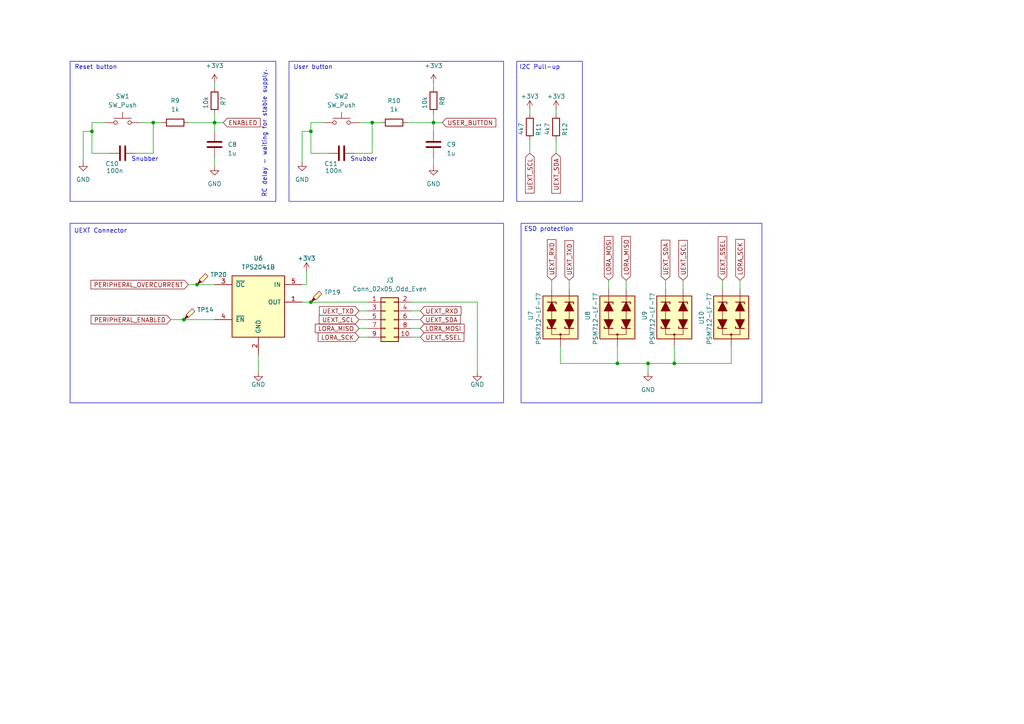
<source format=kicad_sch>
(kicad_sch (version 20231120) (generator "eeschema") (generator_version "8.0")
  (paper "A4")
  (lib_symbols
    (symbol "Connector:TestPoint_Probe" (pin_numbers hide) (pin_names (offset 0.762) hide)
      (property "Reference" "TP" (at 1.651 5.842 0))
      (property "Value" "TestPoint_Probe" (at 1.651 4.064 0))
      (symbol "TestPoint_Probe_0_1"
        (polyline (pts (xy 1.27 0.762) (xy 0 0) (xy 0.762 1.27) (xy 1.27 0.762)) (fill (type outline)))
        (polyline (pts (xy 1.397 0.635) (xy 0.635 1.397) (xy 2.413 3.175) (xy 3.175 2.413) (xy 1.397 0.635)) (fill (type background)))
      )
      (symbol "TestPoint_Probe_1_1"
        (pin passive line (at 0 0 90) (length 0) (name "1") (number "1"))
      )
    )
    (symbol "Connector_Generic:Conn_02x05_Odd_Even" (pin_names (offset 1.016) hide)
      (property "Reference" "J" (at 1.27 7.62 0))
      (property "Value" "Conn_02x05_Odd_Even" (at 1.27 -7.62 0))
      (symbol "Conn_02x05_Odd_Even_1_1"
        (rectangle (start -1.27 -4.953) (end 0 -5.207) (stroke (width 0.1524)))
        (rectangle (start -1.27 -2.413) (end 0 -2.667) (stroke (width 0.1524)))
        (rectangle (start -1.27 0.127) (end 0 -0.127) (stroke (width 0.1524)))
        (rectangle (start -1.27 2.667) (end 0 2.413) (stroke (width 0.1524)))
        (rectangle (start -1.27 5.207) (end 0 4.953) (stroke (width 0.1524)))
        (rectangle (start -1.27 6.35) (end 3.81 -6.35) (stroke (width 0.254)) (fill (type background)))
        (rectangle (start 3.81 -4.953) (end 2.54 -5.207) (stroke (width 0.1524)))
        (rectangle (start 3.81 -2.413) (end 2.54 -2.667) (stroke (width 0.1524)))
        (rectangle (start 3.81 0.127) (end 2.54 -0.127) (stroke (width 0.1524)))
        (rectangle (start 3.81 2.667) (end 2.54 2.413) (stroke (width 0.1524)))
        (rectangle (start 3.81 5.207) (end 2.54 4.953) (stroke (width 0.1524)))
        (pin passive line (at -5.08 5.08 0) (length 3.81) (name "Pin_1") (number "1"))
        (pin passive line (at 7.62 -5.08 180) (length 3.81) (name "Pin_10") (number "10"))
        (pin passive line (at 7.62 5.08 180) (length 3.81) (name "Pin_2") (number "2"))
        (pin passive line (at -5.08 2.54 0) (length 3.81) (name "Pin_3") (number "3"))
        (pin passive line (at 7.62 2.54 180) (length 3.81) (name "Pin_4") (number "4"))
        (pin passive line (at -5.08 0 0) (length 3.81) (name "Pin_5") (number "5"))
        (pin passive line (at 7.62 0 180) (length 3.81) (name "Pin_6") (number "6"))
        (pin passive line (at -5.08 -2.54 0) (length 3.81) (name "Pin_7") (number "7"))
        (pin passive line (at 7.62 -2.54 180) (length 3.81) (name "Pin_8") (number "8"))
        (pin passive line (at -5.08 -5.08 0) (length 3.81) (name "Pin_9") (number "9"))
      )
    )
    (symbol "Device:C" (pin_numbers hide) (pin_names (offset 0.254))
      (property "Reference" "C" (at 0.635 2.54 0))
      (property "Value" "C" (at 0.635 -2.54 0))
      (symbol "C_0_1"
        (polyline (pts (xy -2.032 -0.762) (xy 2.032 -0.762)) (stroke (width 0.508)))
        (polyline (pts (xy -2.032 0.762) (xy 2.032 0.762)) (stroke (width 0.508)))
      )
      (symbol "C_1_1"
        (pin passive line (at 0 3.81 270) (length 2.794) (name "~") (number "1"))
        (pin passive line (at 0 -3.81 90) (length 2.794) (name "~") (number "2"))
      )
    )
    (symbol "Device:R" (pin_numbers hide) (pin_names (offset 0))
      (property "Reference" "R" (at 2.032 0 90))
      (property "Value" "R" (at 0 0 90))
      (symbol "R_0_1"
        (rectangle (start -1.016 -2.54) (end 1.016 2.54) (stroke (width 0.254)))
      )
      (symbol "R_1_1"
        (pin passive line (at 0 3.81 270) (length 1.27) (name "~") (number "1"))
        (pin passive line (at 0 -3.81 90) (length 1.27) (name "~") (number "2"))
      )
    )
    (symbol "Power_Management:TPS2041B" (pin_names (offset 1.016))
      (property "Reference" "U" (at 0 10.795 0))
      (property "Value" "TPS2041B" (at 0 8.89 0))
      (symbol "TPS2041B_0_1"
        (rectangle (start -7.62 7.62) (end 7.62 -10.16) (stroke (width 0.254)) (fill (type background)))
      )
      (symbol "TPS2041B_1_1"
        (pin power_out line (at 12.7 0 180) (length 5.08) (name "OUT") (number "1"))
        (pin power_in line (at 0 -15.24 90) (length 5.08) (name "GND") (number "2"))
        (pin open_collector line (at -12.7 5.08 0) (length 5.08) (name "~{OC}") (number "3"))
        (pin input line (at -12.7 -5.08 0) (length 5.08) (name "~{EN}") (number "4"))
        (pin power_in line (at 12.7 5.08 180) (length 5.08) (name "IN") (number "5"))
      )
    )
    (symbol "Switch:SW_Push" (pin_numbers hide) (pin_names (offset 1.016) hide)
      (property "Reference" "SW" (at 1.27 2.54 0))
      (property "Value" "SW_Push" (at 0 -1.524 0))
      (symbol "SW_Push_0_1"
        (circle (center -2.032 0) (radius 0.508))
        (polyline (pts (xy 0 1.27) (xy 0 3.048)))
        (polyline (pts (xy 2.54 1.27) (xy -2.54 1.27)))
        (circle (center 2.032 0) (radius 0.508))
        (pin passive line (at -5.08 0 0) (length 2.54) (name "1") (number "1"))
        (pin passive line (at 5.08 0 180) (length 2.54) (name "2") (number "2"))
      )
    )
    (symbol "mwolosewicz:PSM712-LF-T7" (pin_numbers hide) (pin_names hide)
      (property "Reference" "U" (at -0.254 -14.478 0))
      (property "Value" "PSM712-LF-T7" (at -0.254 -1.016 0))
      (symbol "PSM712-LF-T7_0_1"
        (rectangle (start -6.858 -2.54) (end 5.588 -12.7) (stroke (width 0.254)) (fill (type background)))
        (polyline (pts (xy -6.858 -7.62) (xy -5.588 -7.62)))
        (polyline (pts (xy -5.588 -5.08) (xy -5.588 -10.16)))
        (polyline (pts (xy -3.81 -10.16) (xy -5.588 -10.16)))
        (polyline (pts (xy -3.81 -5.08) (xy -5.588 -5.08)))
        (polyline (pts (xy -1.27 -10.16) (xy 0 -10.16)) (stroke (width 0.1524)))
        (polyline (pts (xy -1.27 -5.08) (xy 0 -5.08)) (stroke (width 0.1524)))
        (polyline (pts (xy 1.27 -5.08) (xy 0 -5.08)) (stroke (width 0.1524)))
        (polyline (pts (xy 5.08 -10.16) (xy 3.81 -10.16)))
        (polyline (pts (xy 5.08 -5.08) (xy 3.81 -5.08)))
        (polyline (pts (xy -3.81 -11.43) (xy -3.81 -8.89) (xy -3.302 -8.89)) (stroke (width 0.254)))
        (polyline (pts (xy -3.81 -6.35) (xy -3.81 -3.81) (xy -3.302 -3.81)) (stroke (width 0.254)))
        (polyline (pts (xy 3.81 -3.81) (xy 3.81 -6.35) (xy 3.302 -6.35)) (stroke (width 0.254)))
        (pin passive line (at -8.89 -7.62 0) (length 2.54) (name "A") (number "3"))
      )
      (symbol "PSM712-LF-T7_1_1"
        (circle (center -5.588 -7.62) (radius 0.254) (fill (type outline)))
        (polyline (pts (xy 1.27 -10.16) (xy 0 -10.16)) (stroke (width 0.1524)))
        (polyline (pts (xy 3.81 -8.89) (xy 3.81 -11.43) (xy 3.302 -11.43)) (stroke (width 0.254)))
        (polyline (pts (xy -1.27 -8.89) (xy -1.27 -11.43) (xy -3.81 -10.16) (xy -1.27 -8.89)) (stroke (width 0.254)) (fill (type outline)))
        (polyline (pts (xy -1.27 -3.81) (xy -1.27 -6.35) (xy -3.81 -5.08) (xy -1.27 -3.81)) (stroke (width 0.254)) (fill (type outline)))
        (polyline (pts (xy 1.27 -11.43) (xy 1.27 -8.89) (xy 3.81 -10.16) (xy 1.27 -11.43)) (stroke (width 0.254)) (fill (type outline)))
        (polyline (pts (xy 1.27 -6.35) (xy 1.27 -3.81) (xy 3.81 -5.08) (xy 1.27 -6.35)) (stroke (width 0.254)) (fill (type outline)))
        (pin passive line (at 7.62 -5.08 180) (length 2.54) (name "K1") (number "1"))
        (pin passive line (at 7.62 -10.16 180) (length 2.54) (name "K2") (number "2"))
      )
    )
    (symbol "power:+3V3" (power) (pin_names (offset 0))
      (property "Value" "+3V3" (at 0 3.556 0))
      (symbol "+3V3_0_1"
        (polyline (pts (xy -0.762 1.27) (xy 0 2.54)))
        (polyline (pts (xy 0 0) (xy 0 2.54)))
        (polyline (pts (xy 0 2.54) (xy 0.762 1.27)))
      )
      (symbol "+3V3_1_1"
        (pin power_in line (at 0 0 90) (length 0) hide (name "+3V3") (number "1"))
      )
    )
    (symbol "power:GND" (power) (pin_names (offset 0))
      (property "Value" "GND" (at 0 -3.81 0))
      (symbol "GND_0_1"
        (polyline (pts (xy 0 0) (xy 0 -1.27) (xy 1.27 -1.27) (xy 0 -2.54) (xy -1.27 -1.27) (xy 0 -1.27)))
      )
      (symbol "GND_1_1"
        (pin power_in line (at 0 0 270) (length 0) hide (name "GND") (number "1"))
      )
    )
  )
  (junction (at 195.58 105.41))
  (junction (at 90.17 38.1))
  (junction (at 107.95 35.56))
  (junction (at 53.34 92.71))
  (junction (at 179.07 105.41))
  (junction (at 57.15 82.55))
  (junction (at 90.17 87.63))
  (junction (at 26.67 38.1))
  (junction (at 125.73 35.56))
  (junction (at 62.23 35.56))
  (junction (at 44.45 35.56))
  (junction (at 187.96 105.41))
  (wire (pts (xy 44.45 35.56) (xy 46.99 35.56)))
  (wire (pts (xy 31.75 44.45) (xy 26.67 44.45)))
  (wire (pts (xy 195.58 100.33) (xy 195.58 105.41)))
  (wire (pts (xy 53.34 92.71) (xy 62.23 92.71)))
  (wire (pts (xy 87.63 38.1) (xy 90.17 38.1)))
  (wire (pts (xy 153.67 40.64) (xy 153.67 44.45)))
  (wire (pts (xy 125.73 45.72) (xy 125.73 48.26)))
  (wire (pts (xy 62.23 24.13) (xy 62.23 25.4)))
  (wire (pts (xy 214.63 81.28) (xy 214.63 83.82)))
  (wire (pts (xy 176.53 81.28) (xy 176.53 83.82)))
  (wire (pts (xy 198.12 81.28) (xy 198.12 83.82)))
  (wire (pts (xy 102.87 44.45) (xy 107.95 44.45)))
  (wire (pts (xy 104.14 92.71) (xy 106.68 92.71)))
  (wire (pts (xy 62.23 35.56) (xy 62.23 38.1)))
  (wire (pts (xy 54.61 82.55) (xy 57.15 82.55)))
  (wire (pts (xy 138.43 87.63) (xy 119.38 87.63)))
  (wire (pts (xy 87.63 82.55) (xy 88.9 82.55)))
  (wire (pts (xy 138.43 87.63) (xy 138.43 107.95)))
  (wire (pts (xy 62.23 33.02) (xy 62.23 35.56)))
  (wire (pts (xy 26.67 44.45) (xy 26.67 38.1)))
  (wire (pts (xy 40.64 35.56) (xy 44.45 35.56)))
  (wire (pts (xy 44.45 35.56) (xy 44.45 44.45)))
  (wire (pts (xy 62.23 35.56) (xy 64.77 35.56)))
  (wire (pts (xy 161.29 31.75) (xy 161.29 33.02)))
  (wire (pts (xy 212.09 105.41) (xy 195.58 105.41)))
  (wire (pts (xy 119.38 90.17) (xy 121.92 90.17)))
  (wire (pts (xy 107.95 35.56) (xy 110.49 35.56)))
  (wire (pts (xy 161.29 40.64) (xy 161.29 44.45)))
  (wire (pts (xy 57.15 82.55) (xy 62.23 82.55)))
  (wire (pts (xy 153.67 31.75) (xy 153.67 33.02)))
  (wire (pts (xy 104.14 90.17) (xy 106.68 90.17)))
  (wire (pts (xy 49.53 92.71) (xy 53.34 92.71)))
  (wire (pts (xy 87.63 46.99) (xy 87.63 38.1)))
  (wire (pts (xy 87.63 87.63) (xy 90.17 87.63)))
  (wire (pts (xy 74.93 102.87) (xy 74.93 107.95)))
  (wire (pts (xy 39.37 44.45) (xy 44.45 44.45)))
  (wire (pts (xy 104.14 35.56) (xy 107.95 35.56)))
  (wire (pts (xy 104.14 95.25) (xy 106.68 95.25)))
  (wire (pts (xy 24.13 38.1) (xy 26.67 38.1)))
  (wire (pts (xy 212.09 100.33) (xy 212.09 105.41)))
  (wire (pts (xy 95.25 44.45) (xy 90.17 44.45)))
  (wire (pts (xy 160.02 81.28) (xy 160.02 83.82)))
  (wire (pts (xy 90.17 44.45) (xy 90.17 38.1)))
  (wire (pts (xy 125.73 33.02) (xy 125.73 35.56)))
  (wire (pts (xy 193.04 81.28) (xy 193.04 83.82)))
  (wire (pts (xy 181.61 81.28) (xy 181.61 83.82)))
  (wire (pts (xy 90.17 35.56) (xy 93.98 35.56)))
  (wire (pts (xy 125.73 35.56) (xy 128.27 35.56)))
  (wire (pts (xy 195.58 105.41) (xy 187.96 105.41)))
  (wire (pts (xy 54.61 35.56) (xy 62.23 35.56)))
  (wire (pts (xy 24.13 46.99) (xy 24.13 38.1)))
  (wire (pts (xy 90.17 35.56) (xy 90.17 38.1)))
  (wire (pts (xy 119.38 97.79) (xy 121.92 97.79)))
  (wire (pts (xy 162.56 105.41) (xy 162.56 100.33)))
  (wire (pts (xy 187.96 105.41) (xy 179.07 105.41)))
  (wire (pts (xy 165.1 81.28) (xy 165.1 83.82)))
  (wire (pts (xy 119.38 92.71) (xy 121.92 92.71)))
  (wire (pts (xy 26.67 35.56) (xy 26.67 38.1)))
  (wire (pts (xy 62.23 45.72) (xy 62.23 48.26)))
  (wire (pts (xy 26.67 35.56) (xy 30.48 35.56)))
  (wire (pts (xy 125.73 24.13) (xy 125.73 25.4)))
  (wire (pts (xy 107.95 35.56) (xy 107.95 44.45)))
  (wire (pts (xy 179.07 100.33) (xy 179.07 105.41)))
  (wire (pts (xy 88.9 82.55) (xy 88.9 78.74)))
  (wire (pts (xy 209.55 81.28) (xy 209.55 83.82)))
  (wire (pts (xy 179.07 105.41) (xy 162.56 105.41)))
  (wire (pts (xy 187.96 105.41) (xy 187.96 107.95)))
  (wire (pts (xy 104.14 97.79) (xy 106.68 97.79)))
  (wire (pts (xy 119.38 95.25) (xy 121.92 95.25)))
  (wire (pts (xy 90.17 87.63) (xy 106.68 87.63)))
  (wire (pts (xy 125.73 35.56) (xy 125.73 38.1)))
  (wire (pts (xy 118.11 35.56) (xy 125.73 35.56)))
  (rectangle (start 20.32 17.78) (end 80.01 58.42))
  (rectangle (start 149.86 17.78) (end 168.91 58.42))
  (rectangle (start 20.32 64.77) (end 146.05 116.84))
  (rectangle (start 151.13 64.77) (end 220.98 116.84))
  (rectangle (start 83.82 17.78) (end 146.05 58.42))
  (text "Snubber" (at 101.6 46.99 0) (effects (font (size 1.27 1.27)) (justify left bottom)))
  (text "Snubber" (at 38.1 46.99 0) (effects (font (size 1.27 1.27)) (justify left bottom)))
  (text "UEXT Connector" (at 36.83 67.818 0) (effects (font (size 1.27 1.27)) (justify right bottom)))
  (text "RC delay - waiting for stable supply." (at 77.47 20.32 90) (effects (font (size 1.27 1.27)) (justify right bottom)))
  (text "I2C Pull-up" (at 150.622 20.32 0) (effects (font (size 1.27 1.27)) (justify left bottom)))
  (text "ESD protection" (at 166.37 67.31 0) (effects (font (size 1.27 1.27)) (justify right bottom)))
  (text "Reset button" (at 21.59 20.32 0) (effects (font (size 1.27 1.27)) (justify left bottom)))
  (text "User button\n" (at 85.09 20.32 0) (effects (font (size 1.27 1.27)) (justify left bottom)))
  (global_label "UEXT_RXD" (shape input) (at 160.02 81.28 90) (property "Intersheetrefs" "${INTERSHEET_REFS}" (effects (hide yes))))
  (global_label "UEXT_TXD" (shape input) (at 104.14 90.17 180) (property "Intersheetrefs" "${INTERSHEET_REFS}" (effects (hide yes))))
  (global_label "LORA_MISO" (shape input) (at 104.14 95.25 180) (property "Intersheetrefs" "${INTERSHEET_REFS}" (effects (hide yes))))
  (global_label "LORA_SCK" (shape input) (at 104.14 97.79 180) (property "Intersheetrefs" "${INTERSHEET_REFS}" (effects (hide yes))))
  (global_label "UEXT_TXD" (shape input) (at 165.1 81.28 90) (property "Intersheetrefs" "${INTERSHEET_REFS}" (effects (hide yes))))
  (global_label "ENABLED" (shape input) (at 64.77 35.56 0) (property "Intersheetrefs" "${INTERSHEET_REFS}" (effects (hide yes))))
  (global_label "LORA_MOSI" (shape input) (at 121.92 95.25 0) (property "Intersheetrefs" "${INTERSHEET_REFS}" (effects (hide yes))))
  (global_label "LORA_MOSI" (shape input) (at 176.53 81.28 90) (property "Intersheetrefs" "${INTERSHEET_REFS}" (effects (hide yes))))
  (global_label "UEXT_SCL" (shape input) (at 153.67 44.45 270) (property "Intersheetrefs" "${INTERSHEET_REFS}" (effects (hide yes))))
  (global_label "UEXT_RXD" (shape input) (at 121.92 90.17 0) (property "Intersheetrefs" "${INTERSHEET_REFS}" (effects (hide yes))))
  (global_label "UEXT_SDA" (shape input) (at 193.04 81.28 90) (property "Intersheetrefs" "${INTERSHEET_REFS}" (effects (hide yes))))
  (global_label "UEXT_SSEL" (shape input) (at 209.55 81.28 90) (property "Intersheetrefs" "${INTERSHEET_REFS}" (effects (hide yes))))
  (global_label "LORA_SCK" (shape input) (at 214.63 81.28 90) (property "Intersheetrefs" "${INTERSHEET_REFS}" (effects (hide yes))))
  (global_label "LORA_MISO" (shape input) (at 181.61 81.28 90) (property "Intersheetrefs" "${INTERSHEET_REFS}" (effects (hide yes))))
  (global_label "UEXT_SDA" (shape input) (at 121.92 92.71 0) (property "Intersheetrefs" "${INTERSHEET_REFS}" (effects (hide yes))))
  (global_label "UEXT_SDA" (shape input) (at 161.29 44.45 270) (property "Intersheetrefs" "${INTERSHEET_REFS}" (effects (hide yes))))
  (global_label "UEXT_SCL" (shape input) (at 104.14 92.71 180) (property "Intersheetrefs" "${INTERSHEET_REFS}" (effects (hide yes))))
  (global_label "PERIPHERAL_ENABLED" (shape input) (at 49.53 92.71 180) (property "Intersheetrefs" "${INTERSHEET_REFS}" (effects (hide yes))))
  (global_label "USER_BUTTON" (shape input) (at 128.27 35.56 0) (property "Intersheetrefs" "${INTERSHEET_REFS}" (effects (hide yes))))
  (global_label "UEXT_SSEL" (shape input) (at 121.92 97.79 0) (property "Intersheetrefs" "${INTERSHEET_REFS}" (effects (hide yes))))
  (global_label "PERIPHERAL_OVERCURRENT" (shape input) (at 54.61 82.55 180) (property "Intersheetrefs" "${INTERSHEET_REFS}" (effects (hide yes))))
  (global_label "UEXT_SCL" (shape input) (at 198.12 81.28 90) (property "Intersheetrefs" "${INTERSHEET_REFS}" (effects (hide yes))))
  (symbol (lib_id "mwolosewicz:PSM712-LF-T7") (at 204.47 91.44 90) (unit 1)
    (property "Reference" "U10" (at 203.454 90.17 0) (effects (justify right)))
    (property "Value" "PSM712-LF-T7" (at 205.74 84.836 0) (effects (justify right)))
    (property "Footprint" "PCM_Package_TO_SOT_SMD_AKL:SOT-23" (effects (hide yes)))
    (property "Datasheet" "https://wmsc.lcsc.com/wmsc/upload/file/pdf/v2/lcsc/1811061632_ProTek-Devices-PSM712-LF-T7_C32677.pdf" (effects (hide yes)))
    (property "Description" "19V 13.3V 12V SOT-23 Electrostatic and Surge Protection (TVS/ESD) ROHS" (effects (hide yes)))
    (property "JLCPCB Part" "C32677" (effects (hide yes)))
    (property "MFR.Part" "PSM712-LF-T7" (effects (hide yes)))
  )
  (symbol (lib_id "power:GND") (at 187.96 107.95 0) (unit 1)
    (property "Reference" "#PWR031" (effects (hide yes)))
    (property "Value" "GND" (at 187.96 113.03 0))
  )
  (symbol (lib_id "Device:R") (at 62.23 29.21 180) (unit 1)
    (property "Reference" "R7" (at 64.77 27.94 90) (effects (justify left)))
    (property "Value" "10k" (at 59.69 27.94 90) (effects (justify left)))
    (property "Footprint" "Resistor_SMD:R_0402_1005Metric" (effects (hide yes)))
    (property "JLCPCB Part" "C25744" (effects (hide yes)))
    (property "MFR.Part" "0402WGF1002TCE" (effects (hide yes)))
  )
  (symbol (lib_id "power:GND") (at 62.23 48.26 0) (unit 1)
    (property "Reference" "#PWR026" (effects (hide yes)))
    (property "Value" "GND" (at 62.23 53.34 0))
  )
  (symbol (lib_id "Device:R") (at 114.3 35.56 90) (unit 1)
    (property "Reference" "R10" (at 114.3 29.21 90))
    (property "Value" "1k" (at 114.3 31.75 90))
    (property "Footprint" "Resistor_SMD:R_0402_1005Metric" (effects (hide yes)))
    (property "JLCPCB Part" "C11702" (effects (hide yes)))
    (property "MFR.Part" "0402WGF1001TCE" (effects (hide yes)))
  )
  (symbol (lib_id "power:GND") (at 138.43 107.95 0) (unit 1)
    (property "Reference" "#PWR030" (effects (hide yes)))
    (property "Value" "GND" (at 138.43 111.506 0))
  )
  (symbol (lib_id "Device:C") (at 125.73 41.91 0) (unit 1)
    (property "Reference" "C9" (at 129.54 41.91 0) (effects (justify left)))
    (property "Value" "1u" (at 129.54 44.45 0) (effects (justify left)))
    (property "Footprint" "Capacitor_SMD:C_0402_1005Metric" (effects (hide yes)))
    (property "Voltage" "25" (effects (hide yes)))
    (property "JLCPCB Part" "C52923" (effects (hide yes)))
    (property "MFR.Part" "CL05A105KA5NQNC" (effects (hide yes)))
  )
  (symbol (lib_id "power:+3V3") (at 125.73 24.13 0) (unit 1)
    (property "Reference" "#PWR021" (effects (hide yes)))
    (property "Value" "+3V3" (at 125.73 19.05 0))
  )
  (symbol (lib_id "Device:C") (at 99.06 44.45 270) (unit 1)
    (property "Reference" "C11" (at 96.012 47.498 90))
    (property "Value" "100n" (at 96.774 49.53 90))
    (property "Footprint" "Capacitor_SMD:C_0402_1005Metric" (effects (hide yes)))
    (property "Voltage" "16" (effects (hide yes)))
    (property "JLCPCB Part" "C1525" (effects (hide yes)))
    (property "MFR.Part" "CL05B104KO5NNNC" (effects (hide yes)))
  )
  (symbol (lib_id "Device:R") (at 125.73 29.21 180) (unit 1)
    (property "Reference" "R8" (at 128.27 27.94 90) (effects (justify left)))
    (property "Value" "10k" (at 123.19 27.94 90) (effects (justify left)))
    (property "Footprint" "Resistor_SMD:R_0402_1005Metric" (effects (hide yes)))
    (property "JLCPCB Part" "C25744" (effects (hide yes)))
    (property "MFR.Part" "0402WGF1002TCE" (effects (hide yes)))
  )
  (symbol (lib_id "Connector:TestPoint_Probe") (at 53.34 92.71 0) (unit 1)
    (property "Reference" "TP14" (at 57.15 89.8525 0) (effects (justify left)))
    (property "Value" "TestPoint_Probe" (effects (hide yes)))
    (property "Footprint" "TestPoint:TestPoint_Pad_D1.0mm" (effects (hide yes)))
  )
  (symbol (lib_id "power:+3V3") (at 62.23 24.13 0) (unit 1)
    (property "Reference" "#PWR020" (effects (hide yes)))
    (property "Value" "+3V3" (at 62.23 19.05 0))
  )
  (symbol (lib_id "Connector:TestPoint_Probe") (at 57.15 82.55 0) (unit 1)
    (property "Reference" "TP20" (at 60.96 79.6925 0) (effects (justify left)))
    (property "Value" "TestPoint_Probe" (effects (hide yes)))
    (property "Footprint" "TestPoint:TestPoint_Pad_D1.0mm" (effects (hide yes)))
  )
  (symbol (lib_id "mwolosewicz:PSM712-LF-T7") (at 187.96 91.44 90) (unit 1)
    (property "Reference" "U9" (at 186.944 90.17 0) (effects (justify right)))
    (property "Value" "PSM712-LF-T7" (at 189.23 84.836 0) (effects (justify right)))
    (property "Footprint" "PCM_Package_TO_SOT_SMD_AKL:SOT-23" (effects (hide yes)))
    (property "Datasheet" "https://wmsc.lcsc.com/wmsc/upload/file/pdf/v2/lcsc/1811061632_ProTek-Devices-PSM712-LF-T7_C32677.pdf" (effects (hide yes)))
    (property "Description" "19V 13.3V 12V SOT-23 Electrostatic and Surge Protection (TVS/ESD) ROHS" (effects (hide yes)))
    (property "JLCPCB Part" "C32677" (effects (hide yes)))
    (property "MFR.Part" "PSM712-LF-T7" (effects (hide yes)))
  )
  (symbol (lib_id "power:GND") (at 74.93 107.95 0) (unit 1)
    (property "Reference" "#PWR029" (effects (hide yes)))
    (property "Value" "GND" (at 74.93 111.506 0))
  )
  (symbol (lib_id "Device:R") (at 161.29 36.83 180) (unit 1)
    (property "Reference" "R12" (at 163.83 35.56 90) (effects (justify left)))
    (property "Value" "4k7" (at 158.75 35.56 90) (effects (justify left)))
    (property "Footprint" "Resistor_SMD:R_0402_1005Metric" (effects (hide yes)))
    (property "Symbol" "0603WAF1002T5E" (effects (hide yes)))
    (property "JLCPCB Part" "C25900" (effects (hide yes)))
    (property "MFR.Part" "0402WGF4701TCE" (effects (hide yes)))
  )
  (symbol (lib_id "power:+3V3") (at 88.9 78.74 0) (unit 1)
    (property "Reference" "#PWR028" (effects (hide yes)))
    (property "Value" "+3V3" (at 88.9 74.93 0))
  )
  (symbol (lib_id "Device:R") (at 50.8 35.56 90) (unit 1)
    (property "Reference" "R9" (at 50.8 29.21 90))
    (property "Value" "1k" (at 50.8 31.75 90))
    (property "Footprint" "Resistor_SMD:R_0402_1005Metric" (effects (hide yes)))
    (property "JLCPCB Part" "C11702" (effects (hide yes)))
    (property "MFR.Part" "0402WGF1001TCE" (effects (hide yes)))
  )
  (symbol (lib_id "Device:C") (at 62.23 41.91 0) (unit 1)
    (property "Reference" "C8" (at 66.04 41.91 0) (effects (justify left)))
    (property "Value" "1u" (at 66.04 44.45 0) (effects (justify left)))
    (property "Footprint" "Capacitor_SMD:C_0402_1005Metric" (effects (hide yes)))
    (property "Voltage" "25" (effects (hide yes)))
    (property "JLCPCB Part" "C52923" (effects (hide yes)))
    (property "MFR.Part" "CL05A105KA5NQNC" (effects (hide yes)))
  )
  (symbol (lib_id "Connector_Generic:Conn_02x05_Odd_Even") (at 111.76 92.71 0) (unit 1)
    (property "Reference" "J3" (at 113.03 81.28 0))
    (property "Value" "Conn_02x05_Odd_Even" (at 113.03 83.82 0))
    (property "Footprint" "Connector_IDC:IDC-Header_2x05_P2.54mm_Vertical" (effects (hide yes)))
    (property "Description" "Generic connector, double row, 02x05, odd/even pin numbering scheme (row 1 odd numbers, row 2 even numbers), script generated (kicad-library-utils/schlib/autogen/connector/)" (effects (hide yes)))
  )
  (symbol (lib_id "Device:R") (at 153.67 36.83 180) (unit 1)
    (property "Reference" "R11" (at 156.21 35.56 90) (effects (justify left)))
    (property "Value" "4k7" (at 151.13 35.56 90) (effects (justify left)))
    (property "Footprint" "Resistor_SMD:R_0402_1005Metric" (effects (hide yes)))
    (property "Symbol" "0603WAF1002T5E" (effects (hide yes)))
    (property "JLCPCB Part" "C25900" (effects (hide yes)))
    (property "MFR.Part" "0402WGF4701TCE" (effects (hide yes)))
  )
  (symbol (lib_id "power:+3V3") (at 161.29 31.75 0) (unit 1)
    (property "Reference" "#PWR023" (effects (hide yes)))
    (property "Value" "+3V3" (at 161.29 27.94 0))
  )
  (symbol (lib_id "mwolosewicz:PSM712-LF-T7") (at 171.45 91.44 90) (unit 1)
    (property "Reference" "U8" (at 170.434 90.17 0) (effects (justify right)))
    (property "Value" "PSM712-LF-T7" (at 172.72 84.836 0) (effects (justify right)))
    (property "Footprint" "PCM_Package_TO_SOT_SMD_AKL:SOT-23" (effects (hide yes)))
    (property "Datasheet" "https://wmsc.lcsc.com/wmsc/upload/file/pdf/v2/lcsc/1811061632_ProTek-Devices-PSM712-LF-T7_C32677.pdf" (effects (hide yes)))
    (property "Description" "19V 13.3V 12V SOT-23 Electrostatic and Surge Protection (TVS/ESD) ROHS" (effects (hide yes)))
    (property "JLCPCB Part" "C32677" (effects (hide yes)))
    (property "MFR.Part" "PSM712-LF-T7" (effects (hide yes)))
  )
  (symbol (lib_id "Connector:TestPoint_Probe") (at 90.17 87.63 0) (unit 1)
    (property "Reference" "TP19" (at 93.98 84.7725 0) (effects (justify left)))
    (property "Value" "TestPoint_Probe" (effects (hide yes)))
    (property "Footprint" "TestPoint:TestPoint_Pad_D1.0mm" (effects (hide yes)))
  )
  (symbol (lib_id "power:GND") (at 87.63 46.99 0) (unit 1)
    (property "Reference" "#PWR025" (effects (hide yes)))
    (property "Value" "GND" (at 87.63 52.07 0))
  )
  (symbol (lib_id "Power_Management:TPS2041B") (at 74.93 87.63 0) (unit 1)
    (property "Reference" "U6" (at 74.93 74.93 0))
    (property "Value" "TPS2041B" (at 74.93 77.47 0))
    (property "Footprint" "Package_TO_SOT_SMD:SOT-23-5" (effects (hide yes)))
    (property "Datasheet" "http://www.ti.com/lit/ds/symlink/tps2041.pdf" (effects (hide yes)))
    (property "Description" "Single power-distribution switcher" (effects (hide yes)))
    (property "JLCPCB Part" "C24593" (effects (hide yes)))
    (property "MFR.Part" "TPS2051BDBVR" (effects (hide yes)))
  )
  (symbol (lib_id "power:+3V3") (at 153.67 31.75 0) (unit 1)
    (property "Reference" "#PWR022" (effects (hide yes)))
    (property "Value" "+3V3" (at 153.67 27.94 0))
  )
  (symbol (lib_id "Switch:SW_Push") (at 35.56 35.56 0) (unit 1)
    (property "Reference" "SW1" (at 35.56 27.94 0))
    (property "Value" "SW_Push" (at 35.56 30.48 0))
    (property "Footprint" "Button_Switch_SMD:SW_Push_1P1T_XKB_TS-1187A" (effects (hide yes)))
    (property "Description" "Push button switch, generic, two pins" (effects (hide yes)))
    (property "JLCPCB Part" "C318884" (effects (hide yes)))
    (property "MFR.Part" "TS-1187A-B-A-B " (effects (hide yes)))
  )
  (symbol (lib_id "Device:C") (at 35.56 44.45 270) (unit 1)
    (property "Reference" "C10" (at 32.512 47.498 90))
    (property "Value" "100n" (at 33.274 49.53 90))
    (property "Footprint" "Capacitor_SMD:C_0402_1005Metric" (effects (hide yes)))
    (property "Voltage" "16" (effects (hide yes)))
    (property "JLCPCB Part" "C1525" (effects (hide yes)))
    (property "MFR.Part" "CL05B104KO5NNNC" (effects (hide yes)))
  )
  (symbol (lib_id "mwolosewicz:PSM712-LF-T7") (at 154.94 91.44 90) (unit 1)
    (property "Reference" "U7" (at 153.924 90.17 0) (effects (justify right)))
    (property "Value" "PSM712-LF-T7" (at 156.21 84.836 0) (effects (justify right)))
    (property "Footprint" "PCM_Package_TO_SOT_SMD_AKL:SOT-23" (effects (hide yes)))
    (property "Datasheet" "https://wmsc.lcsc.com/wmsc/upload/file/pdf/v2/lcsc/1811061632_ProTek-Devices-PSM712-LF-T7_C32677.pdf" (effects (hide yes)))
    (property "Description" "19V 13.3V 12V SOT-23 Electrostatic and Surge Protection (TVS/ESD) ROHS" (effects (hide yes)))
    (property "JLCPCB Part" "C32677" (effects (hide yes)))
    (property "MFR.Part" "PSM712-LF-T7" (effects (hide yes)))
  )
  (symbol (lib_id "power:GND") (at 125.73 48.26 0) (unit 1)
    (property "Reference" "#PWR027" (effects (hide yes)))
    (property "Value" "GND" (at 125.73 53.34 0))
  )
  (symbol (lib_id "power:GND") (at 24.13 46.99 0) (unit 1)
    (property "Reference" "#PWR024" (effects (hide yes)))
    (property "Value" "GND" (at 24.13 52.07 0))
  )
  (symbol (lib_id "Switch:SW_Push") (at 99.06 35.56 0) (unit 1)
    (property "Reference" "SW2" (at 99.06 27.94 0))
    (property "Value" "SW_Push" (at 99.06 30.48 0))
    (property "Footprint" "Button_Switch_SMD:SW_Push_1P1T_XKB_TS-1187A" (effects (hide yes)))
    (property "Description" "Push button switch, generic, two pins" (effects (hide yes)))
    (property "JLCPCB Part" "C318884" (effects (hide yes)))
    (property "MFR.Part" "TS-1187A-B-A-B " (effects (hide yes)))
  )
)
</source>
